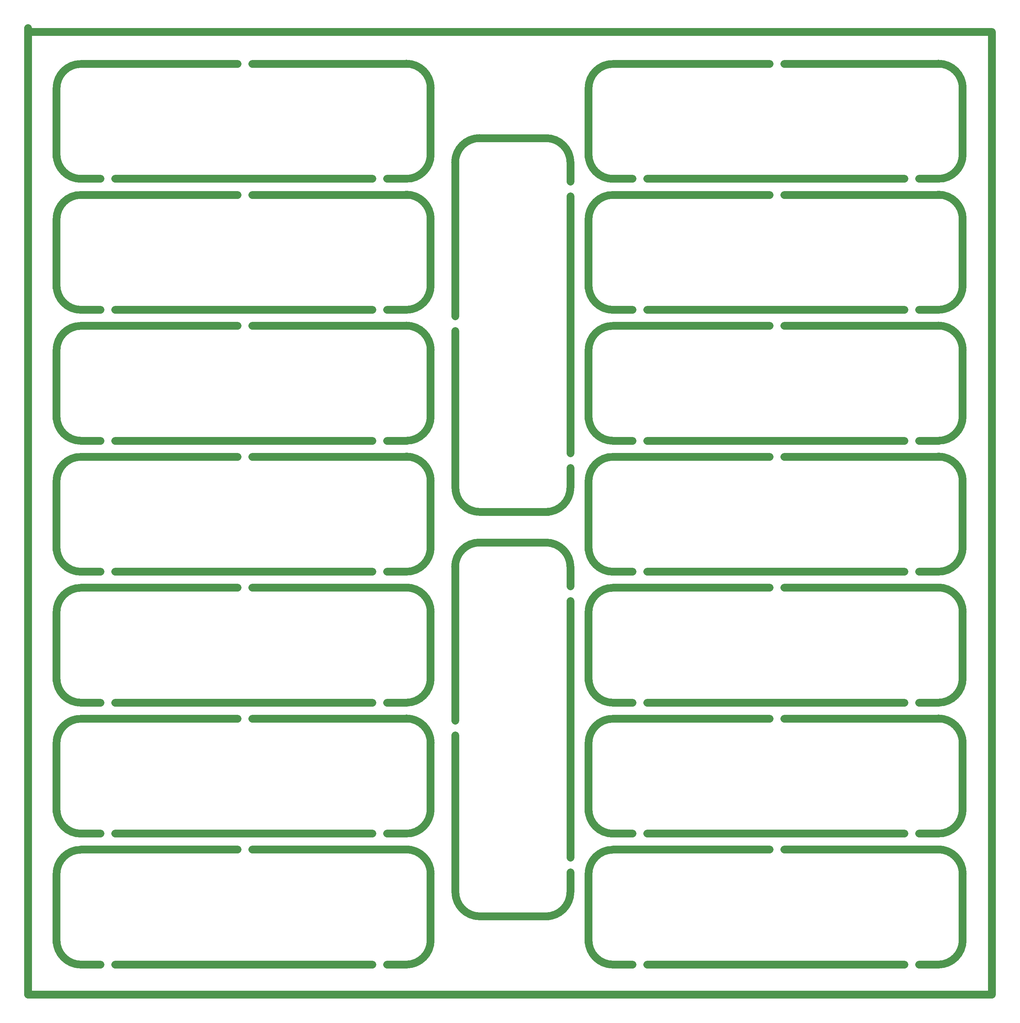
<source format=gbr>
G04 #@! TF.FileFunction,Profile,NP*
%FSLAX46Y46*%
G04 Gerber Fmt 4.6, Leading zero omitted, Abs format (unit mm)*
G04 Created by KiCad (PCBNEW (2015-01-16 BZR 5376)-product) date 14/09/2015 10:50:26*
%MOMM*%
G01*
G04 APERTURE LIST*
%ADD10C,0.100000*%
%ADD11C,2.000000*%
G04 APERTURE END LIST*
D10*
D11*
X260000000Y-10000000D02*
X10000000Y-10000000D01*
X260000000Y-260000000D02*
X260000000Y-10000000D01*
X10000000Y-260000000D02*
X260000000Y-260000000D01*
X10000000Y-9000000D02*
X10000000Y-260000000D01*
D10*
X251500000Y-24500000D02*
X251500000Y-42000000D01*
D11*
X161710000Y-18320000D02*
G75*
G03X155360000Y-24670000I0J-6350000D01*
G01*
X155360000Y-24670000D02*
X155360000Y-42450000D01*
X246063400Y-48165000D02*
G75*
G03X252413400Y-41815000I0J6350000D01*
G01*
X246076100Y-18256500D02*
G75*
G02X252426100Y-24606500I0J-6350000D01*
G01*
X161710000Y-48165000D02*
G75*
G02X155360000Y-41815000I0J6350000D01*
G01*
X161710000Y-48165000D02*
X166790000Y-48165000D01*
X161710000Y-18320000D02*
X202350000Y-18320000D01*
X206160000Y-18320000D02*
X246800000Y-18320000D01*
X170600000Y-48165000D02*
X237275000Y-48165000D01*
X246165000Y-48165000D02*
X241085000Y-48165000D01*
X252388000Y-24670000D02*
X252388000Y-41815000D01*
X252388000Y-58670000D02*
X252388000Y-75815000D01*
X246165000Y-82165000D02*
X241085000Y-82165000D01*
X170600000Y-82165000D02*
X237275000Y-82165000D01*
X206160000Y-52320000D02*
X246800000Y-52320000D01*
X161710000Y-52320000D02*
X202350000Y-52320000D01*
X161710000Y-82165000D02*
X166790000Y-82165000D01*
X161710000Y-82165000D02*
G75*
G02X155360000Y-75815000I0J6350000D01*
G01*
X246076100Y-52256500D02*
G75*
G02X252426100Y-58606500I0J-6350000D01*
G01*
X246063400Y-82165000D02*
G75*
G03X252413400Y-75815000I0J6350000D01*
G01*
X155360000Y-58670000D02*
X155360000Y-76450000D01*
X161710000Y-52320000D02*
G75*
G03X155360000Y-58670000I0J-6350000D01*
G01*
D10*
X251500000Y-58500000D02*
X251500000Y-76000000D01*
X251500000Y-92500000D02*
X251500000Y-110000000D01*
D11*
X161710000Y-86320000D02*
G75*
G03X155360000Y-92670000I0J-6350000D01*
G01*
X155360000Y-92670000D02*
X155360000Y-110450000D01*
X246063400Y-116165000D02*
G75*
G03X252413400Y-109815000I0J6350000D01*
G01*
X246076100Y-86256500D02*
G75*
G02X252426100Y-92606500I0J-6350000D01*
G01*
X161710000Y-116165000D02*
G75*
G02X155360000Y-109815000I0J6350000D01*
G01*
X161710000Y-116165000D02*
X166790000Y-116165000D01*
X161710000Y-86320000D02*
X202350000Y-86320000D01*
X206160000Y-86320000D02*
X246800000Y-86320000D01*
X170600000Y-116165000D02*
X237275000Y-116165000D01*
X246165000Y-116165000D02*
X241085000Y-116165000D01*
X252388000Y-92670000D02*
X252388000Y-109815000D01*
X252388000Y-194670000D02*
X252388000Y-211815000D01*
X246165000Y-218165000D02*
X241085000Y-218165000D01*
X170600000Y-218165000D02*
X237275000Y-218165000D01*
X206160000Y-188320000D02*
X246800000Y-188320000D01*
X161710000Y-188320000D02*
X202350000Y-188320000D01*
X161710000Y-218165000D02*
X166790000Y-218165000D01*
X161710000Y-218165000D02*
G75*
G02X155360000Y-211815000I0J6350000D01*
G01*
X246076100Y-188256500D02*
G75*
G02X252426100Y-194606500I0J-6350000D01*
G01*
X246063400Y-218165000D02*
G75*
G03X252413400Y-211815000I0J6350000D01*
G01*
X155360000Y-194670000D02*
X155360000Y-212450000D01*
X161710000Y-188320000D02*
G75*
G03X155360000Y-194670000I0J-6350000D01*
G01*
D10*
X251500000Y-194500000D02*
X251500000Y-212000000D01*
X251500000Y-160500000D02*
X251500000Y-178000000D01*
D11*
X161710000Y-154320000D02*
G75*
G03X155360000Y-160670000I0J-6350000D01*
G01*
X155360000Y-160670000D02*
X155360000Y-178450000D01*
X246063400Y-184165000D02*
G75*
G03X252413400Y-177815000I0J6350000D01*
G01*
X246076100Y-154256500D02*
G75*
G02X252426100Y-160606500I0J-6350000D01*
G01*
X161710000Y-184165000D02*
G75*
G02X155360000Y-177815000I0J6350000D01*
G01*
X161710000Y-184165000D02*
X166790000Y-184165000D01*
X161710000Y-154320000D02*
X202350000Y-154320000D01*
X206160000Y-154320000D02*
X246800000Y-154320000D01*
X170600000Y-184165000D02*
X237275000Y-184165000D01*
X246165000Y-184165000D02*
X241085000Y-184165000D01*
X252388000Y-160670000D02*
X252388000Y-177815000D01*
X252388000Y-126670000D02*
X252388000Y-143815000D01*
X246165000Y-150165000D02*
X241085000Y-150165000D01*
X170600000Y-150165000D02*
X237275000Y-150165000D01*
X206160000Y-120320000D02*
X246800000Y-120320000D01*
X161710000Y-120320000D02*
X202350000Y-120320000D01*
X161710000Y-150165000D02*
X166790000Y-150165000D01*
X161710000Y-150165000D02*
G75*
G02X155360000Y-143815000I0J6350000D01*
G01*
X246076100Y-120256500D02*
G75*
G02X252426100Y-126606500I0J-6350000D01*
G01*
X246063400Y-150165000D02*
G75*
G03X252413400Y-143815000I0J6350000D01*
G01*
X155360000Y-126670000D02*
X155360000Y-144450000D01*
X161710000Y-120320000D02*
G75*
G03X155360000Y-126670000I0J-6350000D01*
G01*
D10*
X251500000Y-126500000D02*
X251500000Y-144000000D01*
X251500000Y-228500000D02*
X251500000Y-246000000D01*
D11*
X161710000Y-222320000D02*
G75*
G03X155360000Y-228670000I0J-6350000D01*
G01*
X155360000Y-228670000D02*
X155360000Y-246450000D01*
X246063400Y-252165000D02*
G75*
G03X252413400Y-245815000I0J6350000D01*
G01*
X246076100Y-222256500D02*
G75*
G02X252426100Y-228606500I0J-6350000D01*
G01*
X161710000Y-252165000D02*
G75*
G02X155360000Y-245815000I0J6350000D01*
G01*
X161710000Y-252165000D02*
X166790000Y-252165000D01*
X161710000Y-222320000D02*
X202350000Y-222320000D01*
X206160000Y-222320000D02*
X246800000Y-222320000D01*
X170600000Y-252165000D02*
X237275000Y-252165000D01*
X246165000Y-252165000D02*
X241085000Y-252165000D01*
X252388000Y-228670000D02*
X252388000Y-245815000D01*
X114388000Y-228670000D02*
X114388000Y-245815000D01*
X108165000Y-252165000D02*
X103085000Y-252165000D01*
X32600000Y-252165000D02*
X99275000Y-252165000D01*
X68160000Y-222320000D02*
X108800000Y-222320000D01*
X23710000Y-222320000D02*
X64350000Y-222320000D01*
X23710000Y-252165000D02*
X28790000Y-252165000D01*
X23710000Y-252165000D02*
G75*
G02X17360000Y-245815000I0J6350000D01*
G01*
X108076100Y-222256500D02*
G75*
G02X114426100Y-228606500I0J-6350000D01*
G01*
X108063400Y-252165000D02*
G75*
G03X114413400Y-245815000I0J6350000D01*
G01*
X17360000Y-228670000D02*
X17360000Y-246450000D01*
X23710000Y-222320000D02*
G75*
G03X17360000Y-228670000I0J-6350000D01*
G01*
D10*
X113500000Y-228500000D02*
X113500000Y-246000000D01*
X113500000Y-126500000D02*
X113500000Y-144000000D01*
D11*
X23710000Y-120320000D02*
G75*
G03X17360000Y-126670000I0J-6350000D01*
G01*
X17360000Y-126670000D02*
X17360000Y-144450000D01*
X108063400Y-150165000D02*
G75*
G03X114413400Y-143815000I0J6350000D01*
G01*
X108076100Y-120256500D02*
G75*
G02X114426100Y-126606500I0J-6350000D01*
G01*
X23710000Y-150165000D02*
G75*
G02X17360000Y-143815000I0J6350000D01*
G01*
X23710000Y-150165000D02*
X28790000Y-150165000D01*
X23710000Y-120320000D02*
X64350000Y-120320000D01*
X68160000Y-120320000D02*
X108800000Y-120320000D01*
X32600000Y-150165000D02*
X99275000Y-150165000D01*
X108165000Y-150165000D02*
X103085000Y-150165000D01*
X114388000Y-126670000D02*
X114388000Y-143815000D01*
X114388000Y-160670000D02*
X114388000Y-177815000D01*
X108165000Y-184165000D02*
X103085000Y-184165000D01*
X32600000Y-184165000D02*
X99275000Y-184165000D01*
X68160000Y-154320000D02*
X108800000Y-154320000D01*
X23710000Y-154320000D02*
X64350000Y-154320000D01*
X23710000Y-184165000D02*
X28790000Y-184165000D01*
X23710000Y-184165000D02*
G75*
G02X17360000Y-177815000I0J6350000D01*
G01*
X108076100Y-154256500D02*
G75*
G02X114426100Y-160606500I0J-6350000D01*
G01*
X108063400Y-184165000D02*
G75*
G03X114413400Y-177815000I0J6350000D01*
G01*
X17360000Y-160670000D02*
X17360000Y-178450000D01*
X23710000Y-154320000D02*
G75*
G03X17360000Y-160670000I0J-6350000D01*
G01*
D10*
X113500000Y-160500000D02*
X113500000Y-178000000D01*
X127000000Y-143500000D02*
X144500000Y-143500000D01*
D11*
X120820000Y-233290000D02*
G75*
G03X127170000Y-239640000I6350000J0D01*
G01*
X127170000Y-239640000D02*
X144950000Y-239640000D01*
X150665000Y-148936600D02*
G75*
G03X144315000Y-142586600I-6350000J0D01*
G01*
X120756500Y-148923900D02*
G75*
G02X127106500Y-142573900I6350000J0D01*
G01*
X150665000Y-233290000D02*
G75*
G02X144315000Y-239640000I-6350000J0D01*
G01*
X150665000Y-233290000D02*
X150665000Y-228210000D01*
X120820000Y-233290000D02*
X120820000Y-192650000D01*
X120820000Y-188840000D02*
X120820000Y-148200000D01*
X150665000Y-224400000D02*
X150665000Y-157725000D01*
X150665000Y-148835000D02*
X150665000Y-153915000D01*
X127170000Y-142612000D02*
X144315000Y-142612000D01*
D10*
X113500000Y-194500000D02*
X113500000Y-212000000D01*
D11*
X23710000Y-188320000D02*
G75*
G03X17360000Y-194670000I0J-6350000D01*
G01*
X17360000Y-194670000D02*
X17360000Y-212450000D01*
X108063400Y-218165000D02*
G75*
G03X114413400Y-211815000I0J6350000D01*
G01*
X108076100Y-188256500D02*
G75*
G02X114426100Y-194606500I0J-6350000D01*
G01*
X23710000Y-218165000D02*
G75*
G02X17360000Y-211815000I0J6350000D01*
G01*
X23710000Y-218165000D02*
X28790000Y-218165000D01*
X23710000Y-188320000D02*
X64350000Y-188320000D01*
X68160000Y-188320000D02*
X108800000Y-188320000D01*
X32600000Y-218165000D02*
X99275000Y-218165000D01*
X108165000Y-218165000D02*
X103085000Y-218165000D01*
X114388000Y-194670000D02*
X114388000Y-211815000D01*
X114388000Y-92670000D02*
X114388000Y-109815000D01*
X108165000Y-116165000D02*
X103085000Y-116165000D01*
X32600000Y-116165000D02*
X99275000Y-116165000D01*
X68160000Y-86320000D02*
X108800000Y-86320000D01*
X23710000Y-86320000D02*
X64350000Y-86320000D01*
X23710000Y-116165000D02*
X28790000Y-116165000D01*
X23710000Y-116165000D02*
G75*
G02X17360000Y-109815000I0J6350000D01*
G01*
X108076100Y-86256500D02*
G75*
G02X114426100Y-92606500I0J-6350000D01*
G01*
X108063400Y-116165000D02*
G75*
G03X114413400Y-109815000I0J6350000D01*
G01*
X17360000Y-92670000D02*
X17360000Y-110450000D01*
X23710000Y-86320000D02*
G75*
G03X17360000Y-92670000I0J-6350000D01*
G01*
D10*
X113500000Y-92500000D02*
X113500000Y-110000000D01*
D11*
X127170000Y-37612000D02*
X144315000Y-37612000D01*
X150665000Y-43835000D02*
X150665000Y-48915000D01*
X150665000Y-119400000D02*
X150665000Y-52725000D01*
X120820000Y-83840000D02*
X120820000Y-43200000D01*
X120820000Y-128290000D02*
X120820000Y-87650000D01*
X150665000Y-128290000D02*
X150665000Y-123210000D01*
X150665000Y-128290000D02*
G75*
G02X144315000Y-134640000I-6350000J0D01*
G01*
X120756500Y-43923900D02*
G75*
G02X127106500Y-37573900I6350000J0D01*
G01*
X150665000Y-43936600D02*
G75*
G03X144315000Y-37586600I-6350000J0D01*
G01*
X127170000Y-134640000D02*
X144950000Y-134640000D01*
X120820000Y-128290000D02*
G75*
G03X127170000Y-134640000I6350000J0D01*
G01*
D10*
X127000000Y-38500000D02*
X144500000Y-38500000D01*
X113500000Y-58500000D02*
X113500000Y-76000000D01*
D11*
X23710000Y-52320000D02*
G75*
G03X17360000Y-58670000I0J-6350000D01*
G01*
X17360000Y-58670000D02*
X17360000Y-76450000D01*
X108063400Y-82165000D02*
G75*
G03X114413400Y-75815000I0J6350000D01*
G01*
X108076100Y-52256500D02*
G75*
G02X114426100Y-58606500I0J-6350000D01*
G01*
X23710000Y-82165000D02*
G75*
G02X17360000Y-75815000I0J6350000D01*
G01*
X23710000Y-82165000D02*
X28790000Y-82165000D01*
X23710000Y-52320000D02*
X64350000Y-52320000D01*
X68160000Y-52320000D02*
X108800000Y-52320000D01*
X32600000Y-82165000D02*
X99275000Y-82165000D01*
X108165000Y-82165000D02*
X103085000Y-82165000D01*
X114388000Y-58670000D02*
X114388000Y-75815000D01*
X114388000Y-24670000D02*
X114388000Y-41815000D01*
X108165000Y-48165000D02*
X103085000Y-48165000D01*
X32600000Y-48165000D02*
X99275000Y-48165000D01*
X68160000Y-18320000D02*
X108800000Y-18320000D01*
X23710000Y-18320000D02*
X64350000Y-18320000D01*
X23710000Y-48165000D02*
X28790000Y-48165000D01*
X23710000Y-48165000D02*
G75*
G02X17360000Y-41815000I0J6350000D01*
G01*
X108076100Y-18256500D02*
G75*
G02X114426100Y-24606500I0J-6350000D01*
G01*
X108063400Y-48165000D02*
G75*
G03X114413400Y-41815000I0J6350000D01*
G01*
X17360000Y-24670000D02*
X17360000Y-42450000D01*
X23710000Y-18320000D02*
G75*
G03X17360000Y-24670000I0J-6350000D01*
G01*
D10*
X113500000Y-24500000D02*
X113500000Y-42000000D01*
M02*

</source>
